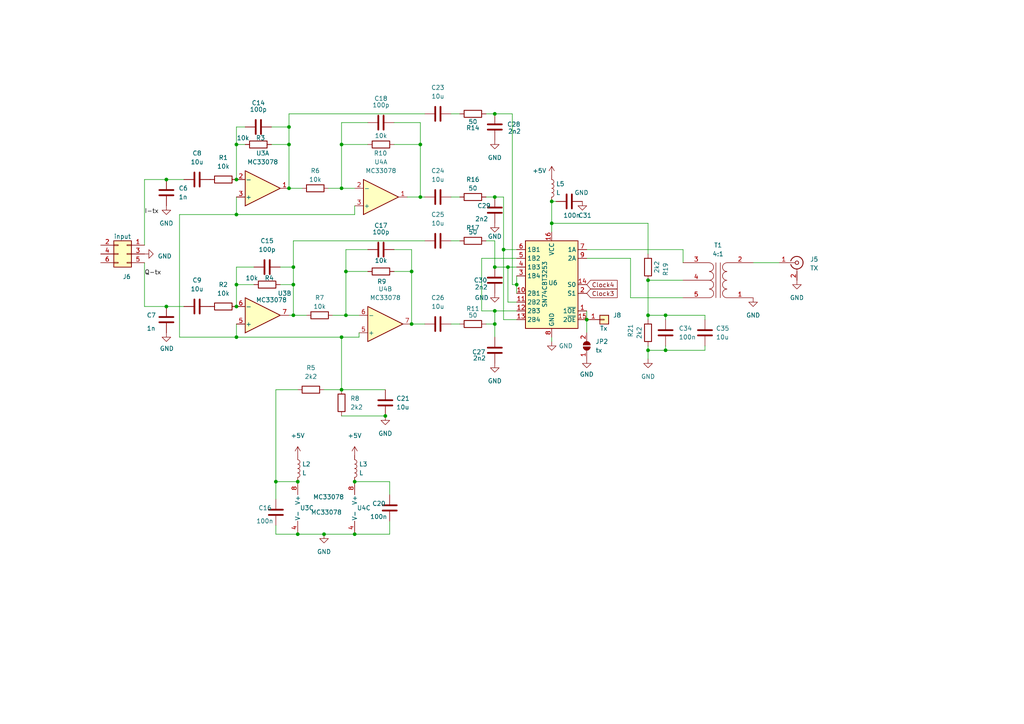
<source format=kicad_sch>
(kicad_sch (version 20230121) (generator eeschema)
  (paper "A4")
  (lib_symbols
    (symbol "Amplifier_Operational:MC33078" (pin_names (offset 0.127))
      (property "Reference" "U" (at 0 5.08 0))
      (property "Value" "MC33078" (at 0 -5.08 0))
      (symbol "MC33078_1_1"
        (polyline (pts (xy -5.08 5.08) (xy 5.08 0) (xy -5.08 -5.08) (xy -5.08 5.08)) (stroke (width 0.254)) (fill (type background)))
        (pin output line (at 7.62 0 180) (length 2.54) (name "~") (number "1"))
        (pin input line (at -7.62 -2.54 0) (length 2.54) (name "-") (number "2"))
        (pin input line (at -7.62 2.54 0) (length 2.54) (name "+") (number "3"))
      )
      (symbol "MC33078_2_1"
        (polyline (pts (xy -5.08 5.08) (xy 5.08 0) (xy -5.08 -5.08) (xy -5.08 5.08)) (stroke (width 0.254)) (fill (type background)))
        (pin input line (at -7.62 2.54 0) (length 2.54) (name "+") (number "5"))
        (pin input line (at -7.62 -2.54 0) (length 2.54) (name "-") (number "6"))
        (pin output line (at 7.62 0 180) (length 2.54) (name "~") (number "7"))
      )
      (symbol "MC33078_3_1"
        (pin power_in line (at -2.54 -7.62 90) (length 3.81) (name "V-") (number "4"))
        (pin power_in line (at -2.54 7.62 270) (length 3.81) (name "V+") (number "8"))
      )
    )
    (symbol "Analog_Switch:SN74CBT3253"
      (property "Reference" "U" (at -7.62 13.97 0))
      (property "Value" "SN74CBT3253" (at -11.43 -13.97 0))
      (symbol "SN74CBT3253_0_1"
        (rectangle (start -7.62 12.7) (end 7.62 -12.7) (stroke (width 0.254)) (fill (type background)))
        (rectangle (start 7.62 -12.7) (end 7.62 -12.7))
      )
      (symbol "SN74CBT3253_1_1"
        (pin input line (at -10.16 -7.62 0) (length 2.54) (name "1~{OE}") (number "1"))
        (pin bidirectional line (at 10.16 -2.54 180) (length 2.54) (name "2B1") (number "10"))
        (pin bidirectional line (at 10.16 -5.08 180) (length 2.54) (name "2B2") (number "11"))
        (pin bidirectional line (at 10.16 -7.62 180) (length 2.54) (name "2B3") (number "12"))
        (pin bidirectional line (at 10.16 -10.16 180) (length 2.54) (name "2B4") (number "13"))
        (pin input line (at -10.16 0 0) (length 2.54) (name "S0") (number "14"))
        (pin input line (at -10.16 -10.16 0) (length 2.54) (name "2~{OE}") (number "15"))
        (pin power_in line (at 0 15.24 270) (length 2.54) (name "VCC") (number "16"))
        (pin input line (at -10.16 -2.54 0) (length 2.54) (name "S1") (number "2"))
        (pin bidirectional line (at 10.16 2.54 180) (length 2.54) (name "1B4") (number "3"))
        (pin bidirectional line (at 10.16 5.08 180) (length 2.54) (name "1B3") (number "4"))
        (pin bidirectional line (at 10.16 7.62 180) (length 2.54) (name "1B2") (number "5"))
        (pin bidirectional line (at 10.16 10.16 180) (length 2.54) (name "1B1") (number "6"))
        (pin bidirectional line (at -10.16 10.16 0) (length 2.54) (name "1A") (number "7"))
        (pin power_in line (at 0 -15.24 90) (length 2.54) (name "GND") (number "8"))
        (pin bidirectional line (at -10.16 7.62 0) (length 2.54) (name "2A") (number "9"))
      )
    )
    (symbol "Connector:Conn_Coaxial" (pin_names (offset 1.016) hide)
      (property "Reference" "J" (at 0.254 3.048 0))
      (property "Value" "Conn_Coaxial" (at 2.921 0 90))
      (symbol "Conn_Coaxial_0_1"
        (arc (start -1.778 -0.508) (mid 0.222 -1.808) (end 1.778 0) (stroke (width 0.254)))
        (polyline (pts (xy -2.54 0) (xy -0.508 0)))
        (polyline (pts (xy 0 -2.54) (xy 0 -1.778)))
        (circle (center 0 0) (radius 0.508) (stroke (width 0.2032)))
        (arc (start 1.778 0) (mid 0.222 1.8083) (end -1.778 0.508) (stroke (width 0.254)))
      )
      (symbol "Conn_Coaxial_1_1"
        (pin passive line (at -5.08 0 0) (length 2.54) (name "In") (number "1"))
        (pin passive line (at 0 -5.08 90) (length 2.54) (name "Ext") (number "2"))
      )
    )
    (symbol "Connector_Generic:Conn_01x01" (pin_names (offset 1.016) hide)
      (property "Reference" "J" (at 0 2.54 0))
      (property "Value" "Conn_01x01" (at 0 -2.54 0))
      (symbol "Conn_01x01_1_1"
        (rectangle (start -1.27 0.127) (end 0 -0.127) (stroke (width 0.1524)))
        (rectangle (start -1.27 1.27) (end 1.27 -1.27) (stroke (width 0.254)) (fill (type background)))
        (pin passive line (at -5.08 0 0) (length 3.81) (name "Pin_1") (number "1"))
      )
    )
    (symbol "Connector_Generic:Conn_02x03_Odd_Even" (pin_names (offset 1.016) hide)
      (property "Reference" "J" (at 1.27 5.08 0))
      (property "Value" "Conn_02x03_Odd_Even" (at 1.27 -5.08 0))
      (symbol "Conn_02x03_Odd_Even_1_1"
        (rectangle (start -1.27 -2.413) (end 0 -2.667) (stroke (width 0.1524)))
        (rectangle (start -1.27 0.127) (end 0 -0.127) (stroke (width 0.1524)))
        (rectangle (start -1.27 2.667) (end 0 2.413) (stroke (width 0.1524)))
        (rectangle (start -1.27 3.81) (end 3.81 -3.81) (stroke (width 0.254)) (fill (type background)))
        (rectangle (start 3.81 -2.413) (end 2.54 -2.667) (stroke (width 0.1524)))
        (rectangle (start 3.81 0.127) (end 2.54 -0.127) (stroke (width 0.1524)))
        (rectangle (start 3.81 2.667) (end 2.54 2.413) (stroke (width 0.1524)))
        (pin passive line (at -5.08 2.54 0) (length 3.81) (name "Pin_1") (number "1"))
        (pin passive line (at 7.62 2.54 180) (length 3.81) (name "Pin_2") (number "2"))
        (pin passive line (at -5.08 0 0) (length 3.81) (name "Pin_3") (number "3"))
        (pin passive line (at 7.62 0 180) (length 3.81) (name "Pin_4") (number "4"))
        (pin passive line (at -5.08 -2.54 0) (length 3.81) (name "Pin_5") (number "5"))
        (pin passive line (at 7.62 -2.54 180) (length 3.81) (name "Pin_6") (number "6"))
      )
    )
    (symbol "Device:C" (pin_numbers hide) (pin_names (offset 0.254))
      (property "Reference" "C" (at 0.635 2.54 0))
      (property "Value" "C" (at 0.635 -2.54 0))
      (symbol "C_0_1"
        (polyline (pts (xy -2.032 -0.762) (xy 2.032 -0.762)) (stroke (width 0.508)))
        (polyline (pts (xy -2.032 0.762) (xy 2.032 0.762)) (stroke (width 0.508)))
      )
      (symbol "C_1_1"
        (pin passive line (at 0 3.81 270) (length 2.794) (name "~") (number "1"))
        (pin passive line (at 0 -3.81 90) (length 2.794) (name "~") (number "2"))
      )
    )
    (symbol "Device:L" (pin_numbers hide) (pin_names (offset 1.016) hide)
      (property "Reference" "L" (at -1.27 0 90))
      (property "Value" "L" (at 1.905 0 90))
      (symbol "L_0_1"
        (arc (start 0 -2.54) (mid 0.6323 -1.905) (end 0 -1.27))
        (arc (start 0 -1.27) (mid 0.6323 -0.635) (end 0 0))
        (arc (start 0 0) (mid 0.6323 0.635) (end 0 1.27))
        (arc (start 0 1.27) (mid 0.6323 1.905) (end 0 2.54))
      )
      (symbol "L_1_1"
        (pin passive line (at 0 3.81 270) (length 1.27) (name "1") (number "1"))
        (pin passive line (at 0 -3.81 90) (length 1.27) (name "2") (number "2"))
      )
    )
    (symbol "Device:R" (pin_numbers hide) (pin_names (offset 0))
      (property "Reference" "R" (at 2.032 0 90))
      (property "Value" "R" (at 0 0 90))
      (symbol "R_0_1"
        (rectangle (start -1.016 -2.54) (end 1.016 2.54) (stroke (width 0.254)))
      )
      (symbol "R_1_1"
        (pin passive line (at 0 3.81 270) (length 1.27) (name "~") (number "1"))
        (pin passive line (at 0 -3.81 90) (length 1.27) (name "~") (number "2"))
      )
    )
    (symbol "Device:Transformer_1P_SS" (pin_names (offset 1.016) hide)
      (property "Reference" "T" (at 0 6.35 0))
      (property "Value" "Transformer_1P_SS" (at 0 -7.62 0))
      (symbol "Transformer_1P_SS_0_1"
        (arc (start -2.54 -5.0546) (mid -1.6561 -4.6863) (end -1.27 -3.81))
        (arc (start -2.54 -2.5146) (mid -1.6561 -2.1463) (end -1.27 -1.27))
        (arc (start -2.54 0.0254) (mid -1.6561 0.3937) (end -1.27 1.27))
        (arc (start -2.54 2.5654) (mid -1.6561 2.9337) (end -1.27 3.81))
        (arc (start -1.27 -3.81) (mid -1.642 -2.912) (end -2.54 -2.54))
        (arc (start -1.27 -1.27) (mid -1.642 -0.372) (end -2.54 0))
        (arc (start -1.27 1.27) (mid -1.642 2.168) (end -2.54 2.54))
        (arc (start -1.27 3.81) (mid -1.642 4.708) (end -2.54 5.08))
        (polyline (pts (xy -0.635 5.08) (xy -0.635 -5.08)))
        (polyline (pts (xy 0.635 -5.08) (xy 0.635 5.08)))
        (arc (start 1.2954 -1.27) (mid 1.6599 -2.1501) (end 2.54 -2.5146))
        (arc (start 1.2954 1.27) (mid 1.6599 0.3899) (end 2.54 0.0254))
        (arc (start 1.2954 3.81) (mid 1.6599 2.9299) (end 2.54 2.5654))
        (arc (start 1.3208 -3.81) (mid 1.6853 -4.6901) (end 2.5654 -5.0546))
        (arc (start 2.54 0) (mid 1.6456 -0.3683) (end 1.2954 -1.27))
        (arc (start 2.54 2.54) (mid 1.6456 2.1717) (end 1.2954 1.27))
        (arc (start 2.54 5.08) (mid 1.6456 4.7117) (end 1.2954 3.81))
        (arc (start 2.5654 -2.54) (mid 1.671 -2.9083) (end 1.3208 -3.81))
      )
      (symbol "Transformer_1P_SS_1_1"
        (pin passive line (at -10.16 5.08 0) (length 7.62) (name "AA") (number "1"))
        (pin passive line (at -10.16 -5.08 0) (length 7.62) (name "AB") (number "2"))
        (pin passive line (at 10.16 -5.08 180) (length 7.62) (name "SA") (number "3"))
        (pin passive line (at 10.16 0 180) (length 7.62) (name "SC") (number "4"))
        (pin passive line (at 10.16 5.08 180) (length 7.62) (name "SB") (number "5"))
      )
    )
    (symbol "Jumper:SolderJumper_2_Open" (pin_names (offset 0) hide)
      (property "Reference" "JP" (at 0 2.032 0))
      (property "Value" "SolderJumper_2_Open" (at 0 -2.54 0))
      (symbol "SolderJumper_2_Open_0_1"
        (arc (start -0.254 1.016) (mid -1.2656 0) (end -0.254 -1.016))
        (arc (start -0.254 1.016) (mid -1.2656 0) (end -0.254 -1.016) (fill (type outline)))
        (polyline (pts (xy -0.254 1.016) (xy -0.254 -1.016)))
        (polyline (pts (xy 0.254 1.016) (xy 0.254 -1.016)))
        (arc (start 0.254 -1.016) (mid 1.2656 0) (end 0.254 1.016))
        (arc (start 0.254 -1.016) (mid 1.2656 0) (end 0.254 1.016) (fill (type outline)))
      )
      (symbol "SolderJumper_2_Open_1_1"
        (pin passive line (at -3.81 0 0) (length 2.54) (name "A") (number "1"))
        (pin passive line (at 3.81 0 180) (length 2.54) (name "B") (number "2"))
      )
    )
    (symbol "power:+5V" (power) (pin_names (offset 0))
      (property "Value" "+5V" (at 0 3.556 0))
      (symbol "+5V_0_1"
        (polyline (pts (xy -0.762 1.27) (xy 0 2.54)))
        (polyline (pts (xy 0 0) (xy 0 2.54)))
        (polyline (pts (xy 0 2.54) (xy 0.762 1.27)))
      )
      (symbol "+5V_1_1"
        (pin power_in line (at 0 0 90) (length 0) hide (name "+5V") (number "1"))
      )
    )
    (symbol "power:GND" (power) (pin_names (offset 0))
      (property "Value" "GND" (at 0 -3.81 0))
      (symbol "GND_0_1"
        (polyline (pts (xy 0 0) (xy 0 -1.27) (xy 1.27 -1.27) (xy 0 -2.54) (xy -1.27 -1.27) (xy 0 -1.27)))
      )
      (symbol "GND_1_1"
        (pin power_in line (at 0 0 270) (length 0) hide (name "GND") (number "1"))
      )
    )
  )
  (junction (at 83.82 54.61))
  (junction (at 99.06 54.61))
  (junction (at 187.96 81.28))
  (junction (at 143.51 90.17))
  (junction (at 102.87 139.7))
  (junction (at 99.06 97.79))
  (junction (at 99.06 113.03))
  (junction (at 86.36 139.7))
  (junction (at 80.01 139.7))
  (junction (at 68.58 97.79))
  (junction (at 119.38 93.98))
  (junction (at 83.82 36.83))
  (junction (at 93.98 154.94))
  (junction (at 149.86 82.55))
  (junction (at 68.58 41.91))
  (junction (at 68.58 52.07))
  (junction (at 100.33 78.74))
  (junction (at 121.92 57.15))
  (junction (at 86.36 154.94))
  (junction (at 48.26 52.07))
  (junction (at 111.76 120.65))
  (junction (at 85.09 82.55))
  (junction (at 143.51 57.15))
  (junction (at 187.96 91.44))
  (junction (at 83.82 41.91))
  (junction (at 143.51 77.47))
  (junction (at 160.02 58.42))
  (junction (at 187.96 101.6))
  (junction (at 143.51 93.98))
  (junction (at 99.06 41.91))
  (junction (at 146.05 72.39))
  (junction (at 68.58 88.9))
  (junction (at 102.87 154.94))
  (junction (at 48.26 88.9))
  (junction (at 85.09 91.44))
  (junction (at 119.38 78.74))
  (junction (at 147.32 77.47))
  (junction (at 85.09 77.47))
  (junction (at 100.33 91.44))
  (junction (at 68.58 82.55))
  (junction (at 170.18 92.71))
  (junction (at 68.58 62.23))
  (junction (at 193.04 91.44))
  (junction (at 193.04 101.6))
  (junction (at 143.51 33.02))
  (junction (at 121.92 41.91))
  (junction (at 160.02 64.77))
  (wire (pts (xy 102.87 59.69) (xy 102.87 62.23)))
  (wire (pts (xy 106.68 41.91) (xy 99.06 41.91)))
  (wire (pts (xy 204.47 101.6) (xy 193.04 101.6)))
  (wire (pts (xy 149.86 87.63) (xy 147.32 87.63)))
  (wire (pts (xy 149.86 80.01) (xy 149.86 82.55)))
  (wire (pts (xy 147.32 77.47) (xy 149.86 77.47)))
  (wire (pts (xy 114.3 72.39) (xy 119.38 72.39)))
  (wire (pts (xy 48.26 88.9) (xy 53.34 88.9)))
  (wire (pts (xy 118.11 57.15) (xy 121.92 57.15)))
  (wire (pts (xy 100.33 72.39) (xy 100.33 78.74)))
  (wire (pts (xy 204.47 100.33) (xy 204.47 101.6)))
  (wire (pts (xy 187.96 81.28) (xy 198.12 81.28)))
  (wire (pts (xy 102.87 139.7) (xy 113.03 139.7)))
  (wire (pts (xy 182.88 74.93) (xy 182.88 86.36)))
  (wire (pts (xy 198.12 72.39) (xy 198.12 76.2)))
  (wire (pts (xy 81.28 82.55) (xy 85.09 82.55)))
  (wire (pts (xy 204.47 92.71) (xy 204.47 91.44)))
  (wire (pts (xy 78.74 41.91) (xy 83.82 41.91)))
  (wire (pts (xy 41.91 76.2) (xy 41.91 88.9)))
  (wire (pts (xy 93.98 113.03) (xy 99.06 113.03)))
  (wire (pts (xy 68.58 62.23) (xy 102.87 62.23)))
  (wire (pts (xy 48.26 52.07) (xy 53.34 52.07)))
  (wire (pts (xy 170.18 92.71) (xy 170.18 96.52)))
  (wire (pts (xy 193.04 91.44) (xy 187.96 91.44)))
  (wire (pts (xy 86.36 154.94) (xy 93.98 154.94)))
  (wire (pts (xy 143.51 93.98) (xy 143.51 90.17)))
  (wire (pts (xy 204.47 91.44) (xy 193.04 91.44)))
  (wire (pts (xy 143.51 77.47) (xy 147.32 77.47)))
  (wire (pts (xy 187.96 101.6) (xy 187.96 100.33)))
  (wire (pts (xy 78.74 36.83) (xy 83.82 36.83)))
  (wire (pts (xy 100.33 91.44) (xy 104.14 91.44)))
  (wire (pts (xy 99.06 41.91) (xy 99.06 54.61)))
  (wire (pts (xy 143.51 33.02) (xy 140.97 33.02)))
  (wire (pts (xy 85.09 69.85) (xy 123.19 69.85)))
  (wire (pts (xy 80.01 139.7) (xy 80.01 144.78)))
  (wire (pts (xy 100.33 78.74) (xy 100.33 91.44)))
  (wire (pts (xy 146.05 92.71) (xy 149.86 92.71)))
  (wire (pts (xy 68.58 77.47) (xy 73.66 77.47)))
  (wire (pts (xy 52.07 97.79) (xy 68.58 97.79)))
  (wire (pts (xy 68.58 97.79) (xy 68.58 93.98)))
  (wire (pts (xy 85.09 77.47) (xy 85.09 82.55)))
  (wire (pts (xy 93.98 154.94) (xy 102.87 154.94)))
  (wire (pts (xy 68.58 82.55) (xy 73.66 82.55)))
  (wire (pts (xy 68.58 82.55) (xy 68.58 77.47)))
  (wire (pts (xy 143.51 57.15) (xy 146.05 57.15)))
  (wire (pts (xy 68.58 41.91) (xy 71.12 41.91)))
  (wire (pts (xy 85.09 77.47) (xy 85.09 69.85)))
  (wire (pts (xy 99.06 113.03) (xy 111.76 113.03)))
  (wire (pts (xy 113.03 139.7) (xy 113.03 143.51)))
  (wire (pts (xy 143.51 69.85) (xy 140.97 69.85)))
  (wire (pts (xy 160.02 67.31) (xy 160.02 64.77)))
  (wire (pts (xy 83.82 33.02) (xy 123.19 33.02)))
  (wire (pts (xy 143.51 97.79) (xy 143.51 93.98)))
  (wire (pts (xy 41.91 88.9) (xy 48.26 88.9)))
  (wire (pts (xy 130.81 33.02) (xy 133.35 33.02)))
  (wire (pts (xy 193.04 92.71) (xy 193.04 91.44)))
  (wire (pts (xy 170.18 74.93) (xy 182.88 74.93)))
  (wire (pts (xy 170.18 72.39) (xy 198.12 72.39)))
  (wire (pts (xy 146.05 57.15) (xy 146.05 72.39)))
  (wire (pts (xy 80.01 152.4) (xy 80.01 154.94)))
  (wire (pts (xy 113.03 151.13) (xy 113.03 154.94)))
  (wire (pts (xy 68.58 82.55) (xy 68.58 88.9)))
  (wire (pts (xy 96.52 91.44) (xy 100.33 91.44)))
  (wire (pts (xy 187.96 91.44) (xy 187.96 92.71)))
  (wire (pts (xy 121.92 35.56) (xy 121.92 41.91)))
  (wire (pts (xy 85.09 82.55) (xy 85.09 91.44)))
  (wire (pts (xy 68.58 41.91) (xy 68.58 36.83)))
  (wire (pts (xy 99.06 54.61) (xy 102.87 54.61)))
  (wire (pts (xy 119.38 93.98) (xy 123.19 93.98)))
  (wire (pts (xy 86.36 113.03) (xy 80.01 113.03)))
  (wire (pts (xy 114.3 78.74) (xy 119.38 78.74)))
  (wire (pts (xy 83.82 91.44) (xy 85.09 91.44)))
  (wire (pts (xy 147.32 87.63) (xy 147.32 77.47)))
  (wire (pts (xy 139.7 74.93) (xy 139.7 90.17)))
  (wire (pts (xy 52.07 62.23) (xy 68.58 62.23)))
  (wire (pts (xy 148.59 82.55) (xy 148.59 33.02)))
  (wire (pts (xy 114.3 35.56) (xy 121.92 35.56)))
  (wire (pts (xy 139.7 90.17) (xy 143.51 90.17)))
  (wire (pts (xy 83.82 54.61) (xy 87.63 54.61)))
  (wire (pts (xy 99.06 35.56) (xy 99.06 41.91)))
  (wire (pts (xy 99.06 120.65) (xy 111.76 120.65)))
  (wire (pts (xy 160.02 58.42) (xy 161.29 58.42)))
  (wire (pts (xy 106.68 78.74) (xy 100.33 78.74)))
  (wire (pts (xy 149.86 82.55) (xy 149.86 85.09)))
  (wire (pts (xy 187.96 104.14) (xy 187.96 101.6)))
  (wire (pts (xy 143.51 69.85) (xy 143.51 77.47)))
  (wire (pts (xy 149.86 72.39) (xy 146.05 72.39)))
  (wire (pts (xy 160.02 99.06) (xy 160.02 97.79)))
  (wire (pts (xy 187.96 81.28) (xy 187.96 91.44)))
  (wire (pts (xy 130.81 93.98) (xy 133.35 93.98)))
  (wire (pts (xy 143.51 93.98) (xy 140.97 93.98)))
  (wire (pts (xy 114.3 41.91) (xy 121.92 41.91)))
  (wire (pts (xy 104.14 96.52) (xy 104.14 97.79)))
  (wire (pts (xy 218.44 76.2) (xy 226.06 76.2)))
  (wire (pts (xy 119.38 78.74) (xy 119.38 93.98)))
  (wire (pts (xy 130.81 69.85) (xy 133.35 69.85)))
  (wire (pts (xy 182.88 86.36) (xy 198.12 86.36)))
  (wire (pts (xy 187.96 73.66) (xy 187.96 64.77)))
  (wire (pts (xy 83.82 33.02) (xy 83.82 36.83)))
  (wire (pts (xy 187.96 64.77) (xy 160.02 64.77)))
  (wire (pts (xy 160.02 64.77) (xy 160.02 58.42)))
  (wire (pts (xy 99.06 113.03) (xy 99.06 97.79)))
  (wire (pts (xy 143.51 57.15) (xy 140.97 57.15)))
  (wire (pts (xy 149.86 82.55) (xy 148.59 82.55)))
  (wire (pts (xy 146.05 72.39) (xy 146.05 92.71)))
  (wire (pts (xy 95.25 54.61) (xy 99.06 54.61)))
  (wire (pts (xy 86.36 139.7) (xy 80.01 139.7)))
  (wire (pts (xy 68.58 62.23) (xy 68.58 57.15)))
  (wire (pts (xy 85.09 91.44) (xy 88.9 91.44)))
  (wire (pts (xy 130.81 57.15) (xy 133.35 57.15)))
  (wire (pts (xy 80.01 154.94) (xy 86.36 154.94)))
  (wire (pts (xy 113.03 154.94) (xy 102.87 154.94)))
  (wire (pts (xy 52.07 62.23) (xy 52.07 97.79)))
  (wire (pts (xy 139.7 74.93) (xy 149.86 74.93)))
  (wire (pts (xy 68.58 36.83) (xy 71.12 36.83)))
  (wire (pts (xy 41.91 52.07) (xy 48.26 52.07)))
  (wire (pts (xy 41.91 52.07) (xy 41.91 71.12)))
  (wire (pts (xy 148.59 33.02) (xy 143.51 33.02)))
  (wire (pts (xy 193.04 101.6) (xy 187.96 101.6)))
  (wire (pts (xy 68.58 52.07) (xy 68.58 41.91)))
  (wire (pts (xy 121.92 57.15) (xy 123.19 57.15)))
  (wire (pts (xy 121.92 41.91) (xy 121.92 57.15)))
  (wire (pts (xy 143.51 90.17) (xy 149.86 90.17)))
  (wire (pts (xy 193.04 100.33) (xy 193.04 101.6)))
  (wire (pts (xy 80.01 113.03) (xy 80.01 139.7)))
  (wire (pts (xy 119.38 72.39) (xy 119.38 78.74)))
  (wire (pts (xy 106.68 35.56) (xy 99.06 35.56)))
  (wire (pts (xy 106.68 72.39) (xy 100.33 72.39)))
  (wire (pts (xy 81.28 77.47) (xy 85.09 77.47)))
  (wire (pts (xy 99.06 97.79) (xy 104.14 97.79)))
  (wire (pts (xy 83.82 36.83) (xy 83.82 41.91)))
  (wire (pts (xy 83.82 41.91) (xy 83.82 54.61)))
  (wire (pts (xy 68.58 97.79) (xy 99.06 97.79)))
  (wire (pts (xy 170.18 90.17) (xy 170.18 92.71)))
  (label "Q-tx" (at 41.91 80.01 0))
  (label "I-tx" (at 41.91 62.23 0))
  (global_label "Clock3" (shape input) (at 170.18 85.09 0) (property "Intersheetrefs" "${INTERSHEET_REFS}" (effects hide)))
  (global_label "Clock4" (shape input) (at 170.18 82.55 0) (property "Intersheetrefs" "${INTERSHEET_REFS}" (effects hide)))
  (symbol (lib_id "Device:L") (at 86.36 135.89 0) (unit 1)
    (property "Reference" "L2" (at 87.63 134.6199 0) (effects (justify left)))
    (property "Value" "L" (at 87.63 137.1599 0) (effects (justify left)))
    (property "Footprint" "Inductor_SMD:L_0603_1608Metric" (effects hide))
  )
  (symbol (lib_id "Device:R") (at 64.77 88.9 90) (unit 1)
    (property "Reference" "R2" (at 64.77 82.55 90))
    (property "Value" "10k" (at 64.77 85.09 90))
    (property "Footprint" "Resistor_SMD:R_0805_2012Metric" (effects hide))
  )
  (symbol (lib_id "Device:L") (at 102.87 135.89 0) (unit 1)
    (property "Reference" "L3" (at 104.14 134.6199 0) (effects (justify left)))
    (property "Value" "L" (at 104.14 137.1599 0) (effects (justify left)))
    (property "Footprint" "Inductor_SMD:L_0603_1608Metric" (effects hide))
  )
  (symbol (lib_id "Device:C") (at 110.49 72.39 270) (unit 1)
    (property "Reference" "C17" (at 110.49 65.405 90))
    (property "Value" "100p" (at 110.49 67.31 90))
    (property "Footprint" "Capacitor_SMD:C_0805_2012Metric" (effects hide))
  )
  (symbol (lib_id "power:+5V") (at 102.87 132.08 0) (unit 1)
    (property "Reference" "#PWR025" (effects hide))
    (property "Value" "+5V" (at 102.87 126.365 0))
  )
  (symbol (lib_id "Device:C") (at 193.04 96.52 180) (unit 1)
    (property "Reference" "C34" (at 196.85 95.2499 0) (effects (justify right)))
    (property "Value" "100n" (at 196.85 97.7899 0) (effects (justify right)))
    (property "Footprint" "Capacitor_SMD:C_0805_2012Metric" (effects hide))
  )
  (symbol (lib_id "Connector_Generic:Conn_01x01") (at 175.26 92.71 0) (unit 1)
    (property "Reference" "J8" (at 177.8 91.44 0) (effects (justify left)))
    (property "Value" "Tx" (at 173.99 95.25 0) (effects (justify left)))
    (property "Footprint" "Connector_Pin:Pin_D1.0mm_L10.0mm" (effects hide))
  )
  (symbol (lib_id "power:+5V") (at 86.36 132.08 0) (unit 1)
    (property "Reference" "#PWR022" (effects hide))
    (property "Value" "+5V" (at 86.36 126.365 0))
  )
  (symbol (lib_id "Device:R") (at 110.49 41.91 90) (unit 1)
    (property "Reference" "R10" (at 110.363 44.45 90))
    (property "Value" "10k" (at 110.49 39.37 90))
    (property "Footprint" "Resistor_SMD:R_0805_2012Metric" (effects hide))
  )
  (symbol (lib_id "Device:C") (at 80.01 148.59 180) (unit 1)
    (property "Reference" "C16" (at 74.93 147.32 0) (effects (justify right)))
    (property "Value" "100n" (at 74.295 151.13 0) (effects (justify right)))
    (property "Footprint" "Capacitor_SMD:C_0805_2012Metric" (effects hide))
  )
  (symbol (lib_id "Amplifier_Operational:MC33078") (at 76.2 91.44 0) (mirror x) (unit 2)
    (property "Reference" "U3" (at 82.55 85.09 0))
    (property "Value" "MC33078" (at 78.74 86.995 0))
    (property "Footprint" "Package_SO:SO-8_3.9x4.9mm_P1.27mm" (effects hide))
    (property "Datasheet" "https://www.onsemi.com/pub/Collateral/MC33078-D.PDF" (effects hide))
  )
  (symbol (lib_id "power:GND") (at 48.26 96.52 0) (unit 1)
    (property "Reference" "#PWR012" (effects hide))
    (property "Value" "GND" (at 48.387 101.092 0))
  )
  (symbol (lib_id "Device:C") (at 143.51 36.83 180) (unit 1)
    (property "Reference" "C28" (at 147.066 36.068 0) (effects (justify right)))
    (property "Value" "2n2" (at 147.32 38.1 0) (effects (justify right)))
    (property "Footprint" "Capacitor_SMD:C_0805_2012Metric" (effects hide))
  )
  (symbol (lib_id "Device:C") (at 127 33.02 90) (unit 1)
    (property "Reference" "C23" (at 127 25.4 90))
    (property "Value" "10u" (at 127 27.94 90))
    (property "Footprint" "Capacitor_SMD:C_0805_2012Metric" (effects hide))
  )
  (symbol (lib_id "Amplifier_Operational:MC33078") (at 88.9 147.32 0) (unit 3)
    (property "Reference" "U3" (at 86.995 147.32 0) (effects (justify left)))
    (property "Value" "MC33078" (at 90.17 148.59 0) (effects (justify left)))
    (property "Footprint" "Package_SO:SO-8_3.9x4.9mm_P1.27mm" (effects hide))
    (property "Datasheet" "https://www.onsemi.com/pub/Collateral/MC33078-D.PDF" (effects hide))
  )
  (symbol (lib_id "power:GND") (at 160.02 99.06 0) (unit 1)
    (property "Reference" "#PWR0104" (effects hide))
    (property "Value" "GND" (at 162.052 100.3299 0) (effects (justify left)))
  )
  (symbol (lib_id "Device:C") (at 57.15 52.07 90) (unit 1)
    (property "Reference" "C8" (at 57.15 44.45 90))
    (property "Value" "10u" (at 57.15 46.99 90))
    (property "Footprint" "Capacitor_SMD:C_0805_2012Metric" (effects hide))
  )
  (symbol (lib_id "power:GND") (at 143.51 85.09 0) (unit 1)
    (property "Reference" "#PWR033" (effects hide))
    (property "Value" "GND" (at 139.7 86.36 0))
  )
  (symbol (lib_id "Analog_Switch:SN74CBT3253") (at 160.02 82.55 0) (mirror y) (unit 1)
    (property "Reference" "U6" (at 159.004 82.042 0) (effects (justify right)))
    (property "Value" "SN74CBT3253" (at 157.988 75.692 90) (effects (justify right)))
    (property "Footprint" "Package_SO:TSSOP-16_4.4x5mm_P0.65mm" (effects hide))
    (property "Datasheet" "http://www.ti.com/lit/gpn/sn74cbt3253" (effects hide))
  )
  (symbol (lib_id "power:GND") (at 143.51 64.77 0) (unit 1)
    (property "Reference" "#PWR032" (effects hide))
    (property "Value" "GND" (at 143.51 68.58 0))
  )
  (symbol (lib_id "Device:C") (at 143.51 101.6 180) (unit 1)
    (property "Reference" "C27" (at 136.906 102.108 0) (effects (justify right)))
    (property "Value" "2n2" (at 137.16 103.886 0) (effects (justify right)))
    (property "Footprint" "Capacitor_SMD:C_0805_2012Metric" (effects hide))
  )
  (symbol (lib_id "power:GND") (at 168.91 58.42 0) (unit 1)
    (property "Reference" "#PWR0105" (effects hide))
    (property "Value" "GND" (at 168.656 55.88 0))
  )
  (symbol (lib_id "Amplifier_Operational:MC33078") (at 111.76 93.98 0) (mirror x) (unit 2)
    (property "Reference" "U4" (at 111.76 83.82 0))
    (property "Value" "MC33078" (at 111.76 86.36 0))
    (property "Footprint" "Package_SO:SO-8_3.9x4.9mm_P1.27mm" (effects hide))
    (property "Datasheet" "https://www.onsemi.com/pub/Collateral/MC33078-D.PDF" (effects hide))
  )
  (symbol (lib_id "Device:C") (at 127 57.15 90) (unit 1)
    (property "Reference" "C24" (at 127 49.53 90))
    (property "Value" "10u" (at 127 52.07 90))
    (property "Footprint" "Capacitor_SMD:C_0805_2012Metric" (effects hide))
  )
  (symbol (lib_id "Device:C") (at 204.47 96.52 180) (unit 1)
    (property "Reference" "C35" (at 207.645 95.2499 0) (effects (justify right)))
    (property "Value" "10u" (at 207.645 97.7899 0) (effects (justify right)))
    (property "Footprint" "Capacitor_SMD:C_0805_2012Metric" (effects hide))
  )
  (symbol (lib_id "Device:Transformer_1P_SS") (at 208.28 81.28 180) (unit 1)
    (property "Reference" "T1" (at 208.2673 71.12 0))
    (property "Value" "4:1" (at 208.2673 73.66 0))
    (property "Footprint" "tubes:Transformer_Toroid_Horizontal_D12.5mm_Amidon-T44" (effects hide))
  )
  (symbol (lib_id "Device:C") (at 165.1 58.42 270) (unit 1)
    (property "Reference" "C31" (at 169.672 62.484 90))
    (property "Value" "100n" (at 165.862 62.484 90))
    (property "Footprint" "Capacitor_SMD:C_0805_2012Metric" (effects hide))
  )
  (symbol (lib_id "Device:R") (at 187.96 96.52 180) (unit 1)
    (property "Reference" "R21" (at 182.88 95.885 90))
    (property "Value" "2k2" (at 185.42 96.52 90))
    (property "Footprint" "Resistor_SMD:R_0805_2012Metric" (effects hide))
  )
  (symbol (lib_id "Jumper:SolderJumper_2_Open") (at 170.18 100.33 90) (unit 1)
    (property "Reference" "JP2" (at 172.72 99.06 90) (effects (justify right)))
    (property "Value" "tx" (at 172.72 101.6 90) (effects (justify right)))
    (property "Footprint" "Jumper:SolderJumper-2_P1.3mm_Open_Pad1.0x1.5mm" (effects hide))
  )
  (symbol (lib_id "power:GND") (at 170.18 104.14 0) (unit 1)
    (property "Reference" "#PWR019" (effects hide))
    (property "Value" "GND" (at 170.18 108.585 0))
  )
  (symbol (lib_id "Device:C") (at 77.47 77.47 270) (unit 1)
    (property "Reference" "C15" (at 77.47 69.85 90))
    (property "Value" "100p" (at 77.47 72.39 90))
    (property "Footprint" "Capacitor_SMD:C_0805_2012Metric" (effects hide))
  )
  (symbol (lib_id "Device:R") (at 91.44 54.61 90) (unit 1)
    (property "Reference" "R6" (at 91.44 49.53 90))
    (property "Value" "10k" (at 91.44 52.07 90))
    (property "Footprint" "Resistor_SMD:R_0805_2012Metric" (effects hide))
  )
  (symbol (lib_id "power:GND") (at 143.51 105.41 0) (unit 1)
    (property "Reference" "#PWR030" (effects hide))
    (property "Value" "GND" (at 143.51 110.49 0))
  )
  (symbol (lib_id "Device:C") (at 74.93 36.83 270) (unit 1)
    (property "Reference" "C14" (at 74.93 29.845 90))
    (property "Value" "100p" (at 74.93 31.75 90))
    (property "Footprint" "Capacitor_SMD:C_0805_2012Metric" (effects hide))
  )
  (symbol (lib_id "Device:C") (at 113.03 147.32 180) (unit 1)
    (property "Reference" "C20" (at 107.95 146.05 0) (effects (justify right)))
    (property "Value" "100n" (at 107.315 149.86 0) (effects (justify right)))
    (property "Footprint" "Capacitor_SMD:C_0805_2012Metric" (effects hide))
  )
  (symbol (lib_id "Device:R") (at 137.16 69.85 90) (unit 1)
    (property "Reference" "R17" (at 137.16 66.04 90))
    (property "Value" "50" (at 137.16 67.31 90))
    (property "Footprint" "Resistor_SMD:R_0805_2012Metric" (effects hide))
  )
  (symbol (lib_id "Device:C") (at 48.26 92.71 180) (unit 1)
    (property "Reference" "C7" (at 42.545 91.44 0) (effects (justify right)))
    (property "Value" "1n" (at 42.545 95.25 0) (effects (justify right)))
    (property "Footprint" "Capacitor_SMD:C_0805_2012Metric" (effects hide))
  )
  (symbol (lib_id "power:GND") (at 41.91 73.66 90) (unit 1)
    (property "Reference" "#PWR011" (effects hide))
    (property "Value" "GND" (at 45.72 74.295 90) (effects (justify right)))
  )
  (symbol (lib_id "Device:C") (at 57.15 88.9 90) (unit 1)
    (property "Reference" "C9" (at 57.15 81.28 90))
    (property "Value" "10u" (at 57.15 83.82 90))
    (property "Footprint" "Capacitor_SMD:C_0805_2012Metric" (effects hide))
  )
  (symbol (lib_id "Device:R") (at 110.49 78.74 90) (unit 1)
    (property "Reference" "R9" (at 110.744 81.661 90))
    (property "Value" "10k" (at 110.49 75.565 90))
    (property "Footprint" "Resistor_SMD:R_0805_2012Metric" (effects hide))
  )
  (symbol (lib_id "Device:C") (at 110.49 35.56 270) (unit 1)
    (property "Reference" "C18" (at 110.49 28.575 90))
    (property "Value" "100p" (at 110.49 30.48 90))
    (property "Footprint" "Capacitor_SMD:C_0805_2012Metric" (effects hide))
  )
  (symbol (lib_id "Device:C") (at 143.51 60.96 180) (unit 1)
    (property "Reference" "C29" (at 138.43 59.69 0) (effects (justify right)))
    (property "Value" "2n2" (at 137.795 63.5 0) (effects (justify right)))
    (property "Footprint" "Capacitor_SMD:C_0805_2012Metric" (effects hide))
  )
  (symbol (lib_id "power:GND") (at 48.26 59.69 0) (unit 1)
    (property "Reference" "#PWR011" (effects hide))
    (property "Value" "GND" (at 48.26 64.77 0))
  )
  (symbol (lib_id "Connector:Conn_Coaxial") (at 231.14 76.2 0) (unit 1)
    (property "Reference" "J5" (at 234.95 75.2231 0) (effects (justify left)))
    (property "Value" "TX" (at 234.95 77.7631 0) (effects (justify left)))
    (property "Footprint" "Connector_Coaxial:SMA_Amphenol_132134_Vertical" (effects hide))
    (property "Datasheet" " ~" (effects hide))
  )
  (symbol (lib_id "Device:R") (at 90.17 113.03 90) (unit 1)
    (property "Reference" "R5" (at 90.17 106.68 90))
    (property "Value" "2k2" (at 90.17 109.22 90))
    (property "Footprint" "Resistor_SMD:R_0805_2012Metric" (effects hide))
  )
  (symbol (lib_id "Device:C") (at 127 93.98 90) (unit 1)
    (property "Reference" "C26" (at 127 86.36 90))
    (property "Value" "10u" (at 127 88.9 90))
    (property "Footprint" "Capacitor_SMD:C_0805_2012Metric" (effects hide))
  )
  (symbol (lib_id "power:GND") (at 143.51 40.64 0) (unit 1)
    (property "Reference" "#PWR031" (effects hide))
    (property "Value" "GND" (at 143.51 45.72 0))
  )
  (symbol (lib_id "Amplifier_Operational:MC33078") (at 110.49 57.15 0) (mirror x) (unit 1)
    (property "Reference" "U4" (at 110.49 46.99 0))
    (property "Value" "MC33078" (at 110.49 49.53 0))
    (property "Footprint" "Package_SO:SO-8_3.9x4.9mm_P1.27mm" (effects hide))
    (property "Datasheet" "https://www.onsemi.com/pub/Collateral/MC33078-D.PDF" (effects hide))
  )
  (symbol (lib_id "Device:R") (at 77.47 82.55 90) (unit 1)
    (property "Reference" "R4" (at 78.105 80.645 90))
    (property "Value" "10k" (at 73.025 80.645 90))
    (property "Footprint" "Resistor_SMD:R_0805_2012Metric" (effects hide))
  )
  (symbol (lib_id "Device:R") (at 92.71 91.44 90) (unit 1)
    (property "Reference" "R7" (at 92.71 86.36 90))
    (property "Value" "10k" (at 92.71 88.9 90))
    (property "Footprint" "Resistor_SMD:R_0805_2012Metric" (effects hide))
  )
  (symbol (lib_id "power:GND") (at 218.44 86.36 0) (mirror y) (unit 1)
    (property "Reference" "#PWR043" (effects hide))
    (property "Value" "GND" (at 218.44 91.44 0))
  )
  (symbol (lib_id "Connector_Generic:Conn_02x03_Odd_Even") (at 36.83 73.66 0) (mirror y) (unit 1)
    (property "Reference" "J6" (at 35.56 80.264 0) (effects (justify right)))
    (property "Value" "input" (at 33.02 68.58 0) (effects (justify right)))
    (property "Footprint" "Connector_PinHeader_2.54mm:PinHeader_2x03_P2.54mm_Vertical" (effects hide))
  )
  (symbol (lib_id "power:GND") (at 231.14 81.28 0) (mirror y) (unit 1)
    (property "Reference" "#PWR045" (effects hide))
    (property "Value" "GND" (at 231.14 86.36 0))
  )
  (symbol (lib_id "Device:R") (at 187.96 77.47 0) (unit 1)
    (property "Reference" "R19" (at 193.04 78.105 90))
    (property "Value" "2k2" (at 190.5 77.47 90))
    (property "Footprint" "Resistor_SMD:R_0805_2012Metric" (effects hide))
  )
  (symbol (lib_id "Device:C") (at 143.51 81.28 180) (unit 1)
    (property "Reference" "C30" (at 137.414 81.28 0) (effects (justify right)))
    (property "Value" "2n2" (at 137.668 83.312 0) (effects (justify right)))
    (property "Footprint" "Capacitor_SMD:C_0805_2012Metric" (effects hide))
  )
  (symbol (lib_id "Device:R") (at 137.16 57.15 90) (unit 1)
    (property "Reference" "R16" (at 137.16 52.07 90))
    (property "Value" "50" (at 137.16 54.61 90))
    (property "Footprint" "Resistor_SMD:R_0805_2012Metric" (effects hide))
  )
  (symbol (lib_id "Device:C") (at 127 69.85 90) (unit 1)
    (property "Reference" "C25" (at 127 62.23 90))
    (property "Value" "10u" (at 127 64.77 90))
    (property "Footprint" "Capacitor_SMD:C_0805_2012Metric" (effects hide))
  )
  (symbol (lib_id "Device:R") (at 74.93 41.91 90) (unit 1)
    (property "Reference" "R3" (at 75.565 40.005 90))
    (property "Value" "10k" (at 70.485 40.005 90))
    (property "Footprint" "Resistor_SMD:R_0805_2012Metric" (effects hide))
  )
  (symbol (lib_id "power:GND") (at 93.98 154.94 0) (unit 1)
    (property "Reference" "#PWR024" (effects hide))
    (property "Value" "GND" (at 93.98 160.02 0))
  )
  (symbol (lib_id "Amplifier_Operational:MC33078") (at 105.41 147.32 0) (unit 3)
    (property "Reference" "U4" (at 103.505 147.32 0) (effects (justify left)))
    (property "Value" "MC33078" (at 90.805 144.145 0) (effects (justify left)))
    (property "Footprint" "Package_SO:SO-8_3.9x4.9mm_P1.27mm" (effects hide))
    (property "Datasheet" "https://www.onsemi.com/pub/Collateral/MC33078-D.PDF" (effects hide))
  )
  (symbol (lib_id "power:GND") (at 187.96 104.14 0) (unit 1)
    (property "Reference" "#PWR040" (effects hide))
    (property "Value" "GND" (at 187.96 109.22 0))
  )
  (symbol (lib_id "power:+5V") (at 160.02 50.8 0) (unit 1)
    (property "Reference" "#PWR034" (effects hide))
    (property "Value" "+5V" (at 158.496 49.5301 0) (effects (justify right)))
  )
  (symbol (lib_id "Device:R") (at 64.77 52.07 90) (unit 1)
    (property "Reference" "R1" (at 64.77 45.72 90))
    (property "Value" "10k" (at 64.77 48.26 90))
    (property "Footprint" "Resistor_SMD:R_0805_2012Metric" (effects hide))
  )
  (symbol (lib_id "Device:R") (at 137.16 33.02 90) (unit 1)
    (property "Reference" "R14" (at 137.16 37.084 90))
    (property "Value" "50" (at 137.16 35.306 90))
    (property "Footprint" "Resistor_SMD:R_0805_2012Metric" (effects hide))
  )
  (symbol (lib_id "Amplifier_Operational:MC33078") (at 76.2 54.61 0) (mirror x) (unit 1)
    (property "Reference" "U3" (at 76.2 44.45 0))
    (property "Value" "MC33078" (at 76.2 46.99 0))
    (property "Footprint" "Package_SO:SO-8_3.9x4.9mm_P1.27mm" (effects hide))
    (property "Datasheet" "https://www.onsemi.com/pub/Collateral/MC33078-D.PDF" (effects hide))
  )
  (symbol (lib_id "Device:L") (at 160.02 54.61 0) (unit 1)
    (property "Reference" "L5" (at 161.29 53.3399 0) (effects (justify left)))
    (property "Value" "L" (at 161.29 55.8799 0) (effects (justify left)))
    (property "Footprint" "Inductor_SMD:L_0603_1608Metric" (effects hide))
  )
  (symbol (lib_id "Device:R") (at 99.06 116.84 180) (unit 1)
    (property "Reference" "R8" (at 101.6 115.5699 0) (effects (justify right)))
    (property "Value" "2k2" (at 101.6 118.1099 0) (effects (justify right)))
    (property "Footprint" "Resistor_SMD:R_0805_2012Metric" (effects hide))
  )
  (symbol (lib_id "Device:R") (at 137.16 93.98 90) (unit 1)
    (property "Reference" "R11" (at 137.16 89.535 90))
    (property "Value" "50" (at 137.16 91.44 90))
    (property "Footprint" "Resistor_SMD:R_0805_2012Metric" (effects hide))
  )
  (symbol (lib_id "Device:C") (at 48.26 55.88 180) (unit 1)
    (property "Reference" "C6" (at 51.8009 54.6099 0) (effects (justify right)))
    (property "Value" "1n" (at 51.8009 57.1499 0) (effects (justify right)))
    (property "Footprint" "Capacitor_SMD:C_0805_2012Metric" (effects hide))
  )
  (symbol (lib_id "Device:C") (at 111.76 116.84 180) (unit 1)
    (property "Reference" "C21" (at 114.935 115.5699 0) (effects (justify right)))
    (property "Value" "10u" (at 114.935 118.1099 0) (effects (justify right)))
    (property "Footprint" "Capacitor_SMD:C_0805_2012Metric" (effects hide))
  )
  (symbol (lib_id "power:GND") (at 111.76 120.65 0) (unit 1)
    (property "Reference" "#PWR026" (effects hide))
    (property "Value" "GND" (at 111.76 125.73 0))
  )
)
</source>
